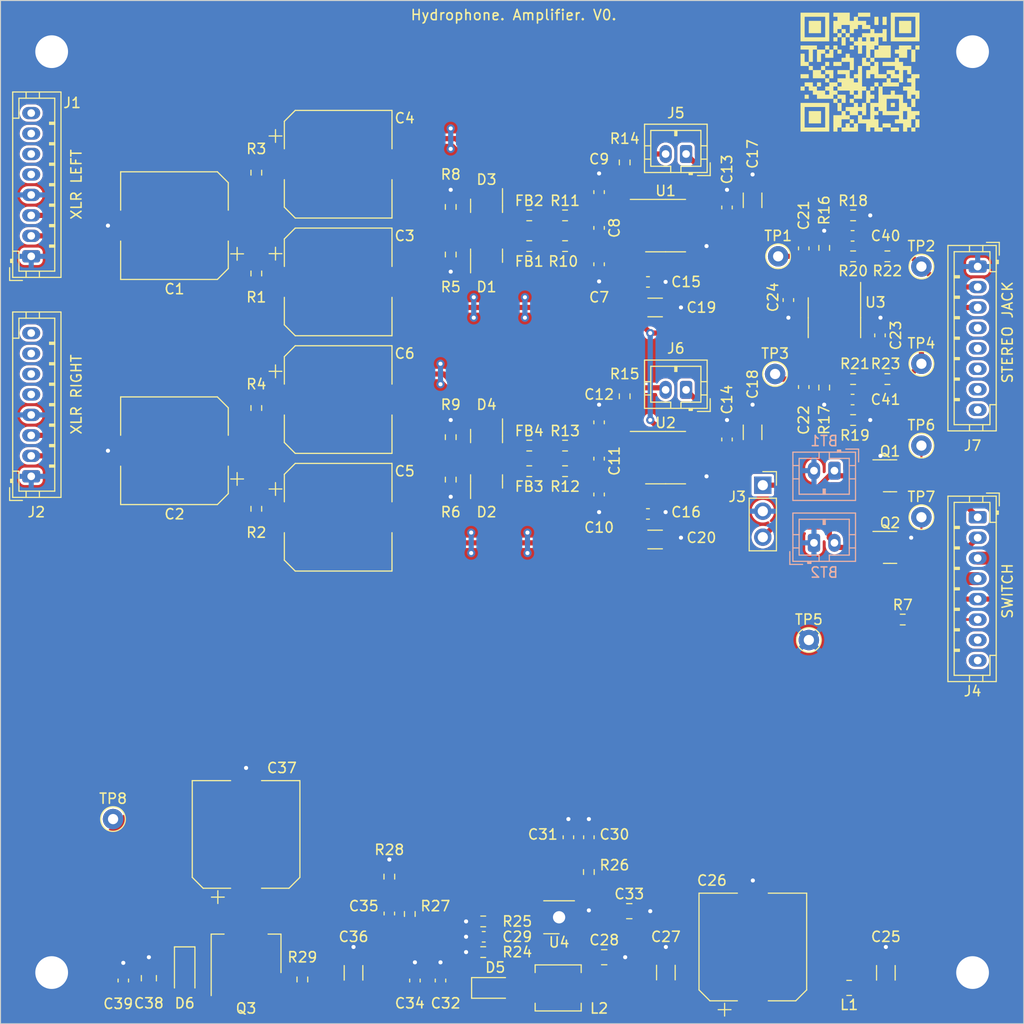
<source format=kicad_pcb>
(kicad_pcb (version 20221018) (generator pcbnew)
  (layers (0 "F.Cu" signal) (31 "B.Cu" signal) (34 "B.Paste" user) (35 "F.Paste" user) (36 "B.SilkS" user "B.Silkscreen") (37 "F.SilkS" user "F.Silkscreen") (38 "B.Mask" user) (39 "F.Mask" user) (44 "Edge.Cuts" user))
  (net 0 "")
  (net 1 "/vbat+")
  (net 2 "GND")
  (net 3 "/vbat-")
  (net 4 "+48V")
  (net 5 "Net-(J1-Pin_2)")
  (net 6 "Net-(C3-Pad2)")
  (net 7 "Net-(J1-Pin_3)")
  (net 8 "Net-(C4-Pad2)")
  (net 9 "Net-(J2-Pin_2)")
  (net 10 "Net-(C5-Pad2)")
  (net 11 "Net-(J2-Pin_3)")
  (net 12 "Net-(C6-Pad2)")
  (net 13 "Net-(U1-+)")
  (net 14 "Net-(U1--)")
  (net 15 "Net-(U2-+)")
  (net 16 "Net-(U2--)")
  (net 17 "+9V")
  (net 18 "-9V")
  (net 19 "Net-(C21-Pad1)")
  (net 20 "Net-(U3A-+)")
  (net 21 "Net-(C22-Pad1)")
  (net 22 "Net-(U3B-+)")
  (net 23 "Net-(U4-EN{slash}UVLO)")
  (net 24 "Net-(U4-SS)")
  (net 25 "Net-(C30-Pad1)")
  (net 26 "Net-(U4-VC)")
  (net 27 "Net-(D5-K)")
  (net 28 "Net-(U4-INTVcc)")
  (net 29 "Net-(U4-FBX)")
  (net 30 "Net-(FB1-Pad2)")
  (net 31 "Net-(FB2-Pad2)")
  (net 32 "Net-(FB3-Pad2)")
  (net 33 "Net-(FB4-Pad2)")
  (net 42 "Net-(J4-Pin_6)")
  (net 45 "Net-(J5-Pin_1)")
  (net 46 "Net-(J5-Pin_2)")
  (net 47 "Net-(J6-Pin_1)")
  (net 48 "Net-(J6-Pin_2)")
  (net 54 "Net-(R14-Pad2)")
  (net 55 "Net-(R15-Pad2)")
  (net 56 "Net-(U3A--)")
  (net 57 "Net-(U3B--)")
  (net 58 "Net-(C40-Pad2)")
  (net 59 "Net-(C41-Pad2)")
  (net 60 "Net-(U4-SYNC{slash}MODE)")
  (net 61 "Net-(U4-RT)")
  (net 62 "Net-(D5-A)")
  (net 63 "Net-(D6-K)")
  (net 64 "/HP_Left")
  (net 65 "/HP_Right")
  (net 66 "Net-(J4-Pin_1)")
  (net 67 "Net-(J4-Pin_2)")
  (footprint "Capacitor_SMD:C_0603_1608Metric" (layer "F.Cu") (at 155.5 131.775 90)
    (fp_text reference "C31")
    (fp_text value "10p")
  )
  (footprint "Resistor_SMD:R_0603_1608Metric" (layer "F.Cu") (at 144 96.825 90)
    (fp_text reference "R6")
    (fp_text value "2.2k")
  )
  (footprint "Resistor_SMD:R_0603_1608Metric" (layer "F.Cu") (at 183.325 87 180)
    (fp_text reference "R21")
    (fp_text value "0")
  )
  (footprint "Capacitor_SMD:C_0603_1608Metric" (layer "F.Cu") (at 177 79.275 -90)
    (fp_text reference "C24")
    (fp_text value "0.1u")
  )
  (footprint "Resistor_SMD:R_0603_1608Metric" (layer "F.Cu") (at 155.175 71)
    (fp_text reference "R11")
    (fp_text value "33")
  )
  (footprint "Capacitor_SMD:CP_Elec_10x10" (layer "F.Cu") (at 133 77.5)
    (fp_text reference "C3")
    (fp_text value "47u")
  )
  (footprint "Resistor_SMD:R_0603_1608Metric" (layer "F.Cu") (at 151.675 74)
    (fp_text reference "FB1")
    (fp_text value "FerriteBead")
  )
  (footprint "Capacitor_SMD:C_0603_1608Metric" (layer "F.Cu") (at 158.5 94.775 90)
    (fp_text reference "C11")
    (fp_text value "10n")
  )
  (footprint "Capacitor_SMD:C_0603_1608Metric" (layer "F.Cu") (at 140.5 145.775 90)
    (fp_text reference "C34")
    (fp_text value "0.1u")
  )
  (footprint "Package_TO_SOT_SMD:SOT-23" (layer "F.Cu") (at 186.9375 96.45)
    (fp_text reference "Q1")
    (fp_text value "SSM3J338R,LF")
  )
  (footprint "Capacitor_SMD:CP_Elec_10x10" (layer "F.Cu") (at 133 100.5)
    (fp_text reference "C5")
    (fp_text value "47u")
  )
  (footprint "Diode_SMD:D_SOD-123" (layer "F.Cu") (at 118 144.85 -90)
    (fp_text reference "D6")
    (fp_text value "1N4148")
  )
  (footprint "Resistor_SMD:R_0603_1608Metric" (layer "F.Cu") (at 157.5 135.175 -90)
    (fp_text reference "R26")
    (fp_text value "22k")
  )
  (footprint "Resistor_SMD:R_0603_1608Metric" (layer "F.Cu") (at 138 135.625 -90)
    (fp_text reference "R28")
    (fp_text value "34.8k")
  )
  (footprint "Capacitor_SMD:CP_Elec_10x10" (layer "F.Cu") (at 117 72 180)
    (fp_text reference "C1")
    (fp_text value "47u")
  )
  (footprint "Capacitor_SMD:C_1206_3216Metric" (layer "F.Cu") (at 186.525 145.025 90)
    (fp_text reference "C25")
    (fp_text value "4.7u")
  )
  (footprint "Resistor_SMD:R_0603_1608Metric" (layer "F.Cu") (at 155.175 96)
    (fp_text reference "R12")
    (fp_text value "33")
  )
  (footprint "Capacitor_SMD:CP_Elec_10x10" (layer "F.Cu") (at 117 94 180)
    (fp_text reference "C2")
    (fp_text value "47u")
  )
  (footprint "Capacitor_SMD:C_1206_3216Metric" (layer "F.Cu") (at 163.975 102.675)
    (fp_text reference "C20")
    (fp_text value "10u")
  )
  (footprint "Capacitor_SMD:C_0603_1608Metric" (layer "F.Cu") (at 158.5 98.275 90)
    (fp_text reference "C10")
    (fp_text value "1n")
  )
  (footprint "Capacitor_SMD:C_0603_1608Metric" (layer "F.Cu") (at 185.95 82.725 90)
    (fp_text reference "C23")
    (fp_text value "0.1u")
  )
  (footprint "Capacitor_SMD:C_0603_1608Metric" (layer "F.Cu") (at 112 145.775 90)
    (fp_text reference "C39")
    (fp_text value "10n")
  )
  (footprint "Capacitor_SMD:C_0603_1608Metric" (layer "F.Cu") (at 158.5 72.225 90)
    (fp_text reference "C8")
    (fp_text value "10n")
  )
  (footprint "Package_SO:SOIC-8_3.9x4.9mm_P1.27mm" (layer "F.Cu") (at 165 94.675)
    (fp_text reference "U2")
    (fp_text value "AD8421")
  )
  (footprint "Connector_JST:JST_PH_B2B-PH-K_1x02_P2.00mm_Vertical" (layer "F.Cu") (at 167 65 180)
    (fp_text reference "J5")
    (fp_text value "Conn_01x02")
  )
  (footprint "Package_TO_SOT_SMD:SOT-23" (layer "F.Cu") (at 147.5 92.5625 -90)
    (fp_text reference "D4")
    (fp_text value "BAV199")
  )
  (footprint "Capacitor_SMD:C_0603_1608Metric" (layer "F.Cu") (at 143 145.775 90)
    (fp_text reference "C32")
    (fp_text value "0.1u")
  )
  (footprint "Package_TO_SOT_SMD:SOT-23" (layer "F.Cu") (at 147.5 74.9375 90)
    (fp_text reference "D1")
    (fp_text value "BAV199")
  )
  (footprint "Connector_JST:JST_PH_B8B-PH-K_1x08_P2.00mm_Vertical" (layer "F.Cu") (at 195.5 100.5 -90)
    (fp_text reference "J4")
    (fp_text value "Conn_01x04")
  )
  (footprint "Capacitor_SMD:C_0603_1608Metric" (layer "F.Cu") (at 147.225 141.5 180)
    (fp_text reference "C29")
    (fp_text value "0.22u")
  )
  (footprint "Resistor_SMD:R_0603_1608Metric" (layer "F.Cu") (at 125 99.675 90)
    (fp_text reference "R2")
    (fp_text value "6.8k")
  )
  (footprint "Connector_JST:JST_PH_B8B-PH-K_1x08_P2.00mm_Vertical" (layer "F.Cu") (at 195.5 76 -90)
    (fp_text reference "J7")
    (fp_text value "Conn_01x04")
  )
  (footprint "Package_SO:SOIC-8_3.9x4.9mm_P1.27mm" (layer "F.Cu") (at 181.5 81 -90)
    (fp_text reference "U3")
    (fp_text value "OPA1688")
  )
  (footprint "Capacitor_SMD:C_0603_1608Metric" (layer "F.Cu") (at 138 139.225 90)
    (fp_text reference "C35")
    (fp_text value "4.7p")
  )
  (footprint "pd_footprints:QR Github PJD 15x15" (layer "F.Cu") (at 184 57)
    (fp_text reference "REF**" hide)
    (fp_text value "QR Github PJD 15x15" hide)
  )
  (footprint "Capacitor_SMD:C_0603_1608Metric" (layer "F.Cu") (at 183.275 73)
    (fp_text reference "C40")
    (fp_text value "DNP")
  )
  (footprint "Capacitor_SMD:C_1206_3216Metric" (layer "F.Cu") (at 163.975 80)
    (fp_text reference "C19")
    (fp_text value "10u")
  )
  (footprint "Connector_JST:JST_PH_B8B-PH-K_1x08_P2.00mm_Vertical" (layer "F.Cu") (at 103 75 90)
    (fp_text reference "J1")
    (fp_text value "Conn_01x04")
  )
  (footprint "TestPoint:TestPoint_THTPad_D2.0mm_Drill1.0mm" (layer "F.Cu") (at 179 112.5)
    (fp_text reference "TP5")
    (fp_text value "TestPoint")
  )
  (footprint "Diode_SMD:D_PowerDI-123" (layer "F.Cu") (at 148.35 146.5)
    (fp_text reference "D5")
    (fp_text value "DFLS260-7")
  )
  (footprint "Package_TO_SOT_SMD:SOT-23" (layer "F.Cu") (at 147.5 97 90)
    (fp_text reference "D2")
    (fp_text value "BAV199")
  )
  (footprint "Resistor_SMD:R_0603_1608Metric" (layer "F.Cu") (at 188.175 110.5)
    (fp_text reference "R7")
    (fp_text value "2.2k")
  )
  (footprint "Capacitor_SMD:C_0603_1608Metric" (layer "F.Cu") (at 158.5 75.775 90)
    (fp_text reference "C7")
    (fp_text value "1n")
  )
  (footprint "Resistor_SMD:R_0603_1608Metric" (layer "F.Cu") (at 144 70.175 -90)
    (fp_text reference "R8")
    (fp_text value "2.2k")
  )
  (footprint "Capacitor_SMD:C_0603_1608Metric" (layer "F.Cu") (at 171 92.9 90)
    (fp_text reference "C14")
    (fp_text value "0.1u")
  )
  (footprint "Connector_JST:JST_PH_B2B-PH-K_1x02_P2.00mm_Vertical" (layer "F.Cu") (at 167 88.05 180)
    (fp_text reference "J6")
    (fp_text value "Conn_01x02")
  )
  (footprint "Package_TO_SOT_SMD:SOT-23" (layer "F.Cu") (at 147.5 70.0625 -90)
    (fp_text reference "D3")
    (fp_text value "BAV199")
  )
  (footprint "Capacitor_SMD:C_0805_2012Metric" (layer "F.Cu") (at 161.45 139)
    (fp_text reference "C33")
    (fp_text value "1u")
  )
  (footprint "Capacitor_SMD:C_1206_3216Metric" (layer "F.Cu") (at 165.025 145 90)
    (fp_text reference "C27")
    (fp_text value "10u")
  )
  (footprint "Package_DFN_QFN:DFN-10-1EP_3x3mm_P0.5mm_EP1.65x2.38mm" (layer "F.Cu") (at 154.59 139.595 180)
    (fp_text reference "U4")
    (fp_text value "LT8362")
  )
  (footprint "Resistor_SMD:R_0603_1608Metric" (layer "F.Cu") (at 151.675 93.5)
    (fp_text reference "FB4")
    (fp_text value "FerriteBead")
  )
  (footprint "TestPoint:TestPoint_THTPad_D2.0mm_Drill1.0mm" (layer "F.Cu") (at 176 75)
    (fp_text reference "TP1")
    (fp_text value "TestPoint")
  )
  (footprint "Capacitor_SMD:C_1206_3216Metric" (layer "F.Cu") (at 173.5 92.2 90)
    (fp_text reference "C18")
    (fp_text value "10u")
  )
  (footprint "Resistor_SMD:R_0603_1608Metric" (layer "F.Cu") (at 161 88.675 -90)
    (fp_text reference "R15")
    (fp_text value "0")
  )
  (footprint "pd_footprints:L_Wuerth_74437324068" (layer "F.Cu") (at 154.5 146.5 180)
    (fp_text reference "L2")
    (fp_text value "6.8u")
  )
  (footprint "TestPoint:TestPoint_THTPad_D2.0mm_Drill1.0mm" (layer "F.Cu") (at 111 130)
    (fp_text reference "TP8")
    (fp_text value "TestPoint")
  )
  (footprint "Resistor_SMD:R_0603_1608Metric" (layer "F.Cu") (at 183.325 75 180)
    (fp_text reference "R20")
    (fp_text value "0")
  )
  (footprint "Capacitor_SMD:C_0805_2012Metric" (layer "F.Cu") (at 114.5 145.55 90)
    (fp_text reference "C38")
    (fp_text value "1u")
  )
  (footprint "Capacitor_SMD:CP_Elec_10x10" (layer "F.Cu") (at 173.525 142.5 90)
    (fp_text reference "C26")
    (fp_text value "47u")
  )
  (footprint "TestPoint:TestPoint_THTPad_D2.0mm_Drill1.0mm" (layer "F.Cu") (at 190 76)
    (fp_text reference "TP2")
    (fp_text value "TestPoint")
  )
  (footprint "Resistor_SMD:R_0603_1608Metric" (layer "F.Cu") (at 180.5 87.825 -90)
    (fp_text reference "R17")
    (fp_text value "DNP")
  )
  (footprint "Capacitor_SMD:CP_Elec_10x10" (layer "F.Cu") (at 133 66)
    (fp_text reference "C4")
    (fp_text value "47u")
  )
  (footprint "Resistor_SMD:R_0603_1608Metric" (layer "F.Cu") (at 151.675 71)
    (fp_text reference "FB2")
    (fp_text value "FerriteBead")
  )
  (footprint "Package_TO_SOT_SMD:SOT-223-3_TabPin2" (layer "F.Cu") (at 124 143.15 90)
    (fp_text reference "Q3")
    (fp_text value "SBCP56-16T1G")
  )
  (footprint "Resistor_SMD:R_0603_1608Metric" (layer "F.Cu") (at 125 66.825 -90)
    (fp_text reference "R3")
    (fp_text value "6.8k")
  )
  (footprint "Capacitor_SMD:C_0603_1608Metric" (layer "F.Cu") (at 158.5 91.225 90)
    (fp_text reference "C12")
    (fp_text value "1n")
  )
  (footprint "Capacitor_SMD:C_0603_1608Metric" (layer "F.Cu") (at 163.275 77.5)
    (fp_text reference "C15")
    (fp_text value "0.1u")
  )
  (footprint "TestPoint:TestPoint_THTPad_D2.0mm_Drill1.0mm" (layer "F.Cu") (at 190 85.5)
    (fp_text reference "TP4")
    (fp_text value "TestPoint")
  )
  (footprint "Resistor_SMD:R_0603_1608Metric" (layer "F.Cu") (at 161 65.825 -90)
    (fp_text reference "R14")
    (fp_text value "0")
  )
  (footprint "Resistor_SMD:R_0603_1608Metric" (layer "F.Cu") (at 147.175 140)
    (fp_text reference "R25")
    (fp_text value "22k")
  )
  (footprint "Resistor_SMD:R_0603_1608Metric" (layer "F.Cu") (at 144 92.675 -90)
    (fp_text reference "R9")
    (fp_text value "2.2k")
  )
  (footprint "TestPoint:TestPoint_THTPad_D2.0mm_Drill1.0mm" (layer "F.Cu") (at 175.7 86.5)
    (fp_text reference "TP3")
    (fp_text value "TestPoint")
  )
  (footprint "TestPoint:TestPoint_THTPad_D2.0mm_Drill1.0mm" (layer "F.Cu") (at 190 100.5)
    (fp_text reference "TP7")
    (fp_text value "TestPoint")
  )
  (footprint "Capacitor_SMD:C_0603_1608Metric" (layer "F.Cu") (at 157.5 131.775 90)
    (fp_text reference "C30")
    (fp_text value "1n")
  )
  (footprint "Capacitor_SMD:C_0603_1608Metric" (layer "F.Cu") (at 178.5 74.225 -90)
    (fp_text reference "C21")
    (fp_text value "DNP")
  )
  (footprint "Resistor_SMD:R_0603_1608Metric" (layer "F.Cu") (at 144 74.825 90)
    (fp_text reference "R5")
    (fp_text value "2.2k")
  )
  (footprint "Package_TO_SOT_SMD:SOT-23" (layer "F.Cu") (at 186.9375 103.45)
    (fp_text reference "Q2")
    (fp_text value "SSM3J338R,LF")
  )
  (footprint "Resistor_SMD:R_0603_1608Metric" (layer "F.Cu") (at 129.5 145.675 -90)
    (fp_text reference "R29")
    (fp_text value "499")
  )
  (footprint "Resistor_SMD:R_0603_1608Metric" (layer "F.Cu") (at 151.675 96)
    (fp_text reference "FB3")
    (fp_text value "FerriteBead")
  )
  (footprint "Resistor_SMD:R_0603_1608Metric" (layer "F.Cu") (at 125 89.825 -90)
    (fp_text reference "R4")
    (fp_text value "6.8k")
  )
  (footprint "Resistor_SMD:R_0603_1608Metric" (layer "F.Cu") (at 183.325 91)
    (fp_text reference "R19")
    (fp_text value "DNP")
  )
  (footprint "Resistor_SMD:R_0603_1608Metric" (layer "F.Cu") (at 183.325 71)
    (fp_text reference "R18")
    (fp_text value "DNP")
  )
  (footprint "Capacitor_SMD:C_0603_1608Metric" (layer "F.Cu") (at 178.5 87.775 90)
    (fp_text reference "C22")
    (fp_text value "DNP")
  )
  (footprint "Resistor_SMD:R_0805_2012Metric" (layer "F.Cu") (at 182.9375 146.5 180)
    (fp_text reference "L1")
    (fp_text value "0.47u")
  )
  (footprint "Resistor_SMD:R_0603_1608Metric" (layer "F.Cu") (at 186.675 87 180)
    (fp_text reference "R23")
    (fp_text value "0")
  )
  (footprint "Capacitor_SMD:C_0805_2012Metric" (layer "F.Cu") (at 159 143.5)
    (fp_text reference "C28")
    (fp_text value "1u")
  )
  (footprint "Capacitor_SMD:C_1206_3216Metric" (layer "F.Cu") (at 134.5 145.025 90)
    (fp_text reference "C36")
    (fp_text value "10u")
  )
  (footprint "Resistor_SMD:R_0603_1608Metric" (layer "F.Cu") (at 147.175 143)
    (fp_text reference "R24")
    (fp_text value "100k")
  )
  (footprint "Resistor_SMD:R_0603_1608Metric" (layer "F.Cu") (at 125 76.675 90)
    (fp_text reference "R1")
    (fp_text value "6.8k")
  )
  (footprint "Resistor_SMD:R_0603_1608Metric" (layer "F.Cu") (at 186.675 75 180)
    (fp_text reference "R22")
    (fp_text value "0")
  )
  (footprint "Capacitor_SMD:CP_Elec_10x10" (layer "F.Cu") (at 133 89)
    (fp_text reference "C6")
    (fp_text value "47u")
  )
  (footprint "Resistor_SMD:R_0603_1608Metric" (layer "F.Cu") (at 155.175 93.5)
    (fp_text reference "R13")
    (fp_text value "33")
  )
  (footprint "Capacitor_SMD:C_0603_1608Metric" (layer "F.Cu") (at 171 70.225 90)
    (fp_text reference "C13")
    (fp_text value "0.1u")
  )
  (footprint "Resistor_SMD:R_0603_1608Metric" (layer "F.Cu") (at 155.175 74)
    (fp_text reference "R10")
    (fp_text value "33")
  )
  (footprint "Connector_PinSocket_2.54mm:PinSocket_1x03_P2.54mm_Vertical" (layer "F.Cu") (at 174.5 97.37)
    (fp_text reference "J3")
    (fp_text value "Conn_01x03")
  )
  (footprint "Package_SO:SOIC-8_3.9x4.9mm_P1.27mm" (layer "F.Cu") (at 165 72)
    (fp_text reference "U1")
    (fp_text value "AD8421")
  )
  (footprint "Capacitor_SMD:CP_Elec_10x10" (layer "F.Cu") (at 124 131.5 90)
    (fp_text reference "C37")
    (fp_text value "100u")
  )
  (footprint "Capacitor_SMD:C_0603_1608Metric" (layer "F.Cu") (at 183.275 89)
    (fp_text reference "C41")
    (fp_text value "DNP")
  )
  (footprint "Resistor_SMD:R_0603_1608Metric" (layer "F.Cu") (at 140 139.275 -90)
    (fp_text reference "R27")
    (fp_text value "1M")
  )
  (footprint "Resistor_SMD:R_0603_1608Metric" (layer "F.Cu") (at 180.5 74.175 90)
    (fp_text reference "R16")
    (fp_text value "DNP")
  )
  (footprint "Capacitor_SMD:C_1206_3216Metric" (layer "F.Cu") (at 173.5 69.525 90)
    (fp_text reference "C17")
    (fp_text value "10u")
  )
  (footprint "TestPoint:TestPoint_THTPad_D2.0mm_Drill1.0mm" (layer "F.Cu") (at 190 93.5)
    (fp_text reference "TP6")
    (fp_text value "TestPoint")
  )
  (footprint "Capacitor_SMD:C_0603_1608Metric" (layer "F.Cu") (at 163.275 100.175)
    (fp_text reference "C16")
    (fp_text value "0.1u")
  )
  (footprint "Capacitor_SMD:C_0603_1608Metric" (layer "F.Cu") (at 158.5 68.725 90)
    (fp_text reference "C9")
    (fp_text value "1n")
  )
  (footprint "Connector_JST:JST_PH_B8B-PH-K_1x08_P2.00mm_Vertical" (layer "F.Cu") (at 103 96.5 90)
    (fp_text reference "J2")
    (fp_text value "Conn_01x04")
  )
  (footprint "Connector_JST:JST_PH_B2B-PH-K_1x02_P2.00mm_Vertical" (layer "B.Cu") (at 181.5 95.95 180)
    (fp_text reference "BT1")
    (fp_text value "9V")
  )
  (footprint "Connector_JST:JST_PH_B2B-PH-K_1x02_P2.00mm_Vertical" (layer "B.Cu") (at 179.5 103)
    (fp_text reference "BT2")
    (fp_text value "9V")
  )
  (gr_rect (start 100 50) (end 200 150) (stroke (width 0.1)) (fill none) (layer "Edge.Cuts"))
  (gr_text "SWITCH" (at 199 110.5 90) (layer "F.SilkS") (effects (font (size 1 1)) (justify left bottom)))
  (gr_text "STEREO JACK" (at 199 87.5 90) (layer "F.SilkS") (effects (font (size 1 1)) (justify left bottom)))
  (gr_text "XLR RIGHT" (at 108 92.5 90) (layer "F.SilkS") (effects (font (size 1 1)) (justify left bottom)))
  (gr_text "XLR LEFT" (at 108 71.5 90) (layer "F.SilkS") (effects (font (size 1 1)) (justify left bottom)))
  (gr_text "Hydrophone. Amplifier. V0." (at 140 52) (layer "F.SilkS") (effects (font (size 1 1)) (justify left bottom)))
  (segment (start 179.5 97.95) (end 178.5 97.95) (width 0.508) (layer "F.Cu") (net 1))
  (segment (start 182 96.45) (end 187.875 96.45) (width 0.508) (layer "F.Cu") (net 1))
  (segment (start 178.5 97.95) (end 177.92 97.37) (width 0.508) (layer "F.Cu") (net 1))
  (segment (start 181.5 95.95) (end 179.5 97.95) (width 0.508) (layer "F.Cu") (net 1))
  (segment (start 181.5 95.95) (end 182 96.45) (width 0.508) (layer "F.Cu") (net 1))
  (segment (start 190 93.5) (end 190 95.5) (width 0.2) (layer "F.Cu") (net 1))
  (segment (start 177.92 97.37) (end 174.5 97.37) (width 0.508) (layer "F.Cu") (net 1))
  (segment (start 190 95.5) (end 189.05 96.45) (width 0.2) (layer "F.Cu") (net 1))
  (segment (start 189.05 96.45) (end 187.875 96.45) (width 0.2) (layer "F.Cu") (net 1))
  (segment (start 186 95.5) (end 186 94.5) (width 0.25) (layer "F.Cu") (net 2))
  (segment (start 185.95 81.95) (end 185.95 81.05) (width 0.508) (layer "F.Cu") (net 2))
  (segment (start 180.5 73.35) (end 180.5 72.5) (width 0.508) (layer "F.Cu") (net 2))
  (segment (start 162.4 139) (end 163.5 139) (width 0.508) (layer "F.Cu") (net 2))
  (segment (start 168.905 73.905) (end 169 74) (width 0.508) (layer "F.Cu") (net 2))
  (segment (start 144 69.35) (end 144 68.5) (width 0.508) (layer "F.Cu") (net 2))
  (segment (start 114.5 144.6) (end 114.5 143.5) (width 0.508) (layer "F.Cu") (net 2))
  (segment (start 156.04 139.095) (end 157.3243 139.095) (width 0.1524) (layer "F.Cu") (net 2))
  (segment (start 155.5 131) (end 155.5 130) (width 0.1524) (layer "F.Cu") (net 2))
  (segment (start 134.5 143.55) (end 134.5 142.5) (width 0.508) (layer "F.Cu") (net 2))
  (segment (start 158.5 76.55) (end 158.5 77.45) (width 0.508) (layer "F.Cu") (net 2))
  (segment (start 165.45 102.675) (end 166.325 102.675) (width 0.508) (layer "F.Cu") (net 2))
  (segment (start 171 69.45) (end 171 68.5) (width 0.508) (layer "F.Cu") (net 2))
  (segment (start 168.92 96.58) (end 169 96.5) (width 0.508) (layer "F.Cu") (net 2))
  (segment (start 146.35 143) (end 145.5 143) (width 0.508) (layer "F.Cu") (net 2))
  (segment (start 184.15 71) (end 185 71) (width 0.508) (layer "F.Cu") (net 2))
  (segment (start 171 92.125) (end 171 91) (width 0.508) (layer "F.Cu") (net 2))
  (segment (start 146.35 140) (end 145.5 140) (width 0.508) (layer "F.Cu") (net 2))
  (segment (start 158.5 67.95) (end 158.5 66.9) (width 0.508) (layer "F.Cu") (net 2))
  (segment (start 113 94) (end 110.5 94) (width 0.508) (layer "F.Cu") (net 2))
  (segment (start 159.95 143.5) (end 161.05 143.5) (width 0.508) (layer "F.Cu") (net 2))
  (segment (start 164.05 77.5) (end 165 77.5) (width 0.508) (layer "F.Cu") (net 2))
  (segment (start 158.5 99.05) (end 158.5 100) (width 0.508) (layer "F.Cu") (net 2))
  (segment (start 165.025 143.525) (end 165.025 142.5) (width 0.508) (layer "F.Cu") (net 2))
  (segment (start 143 145) (end 143 144) (width 0.508) (layer "F.Cu") (net 2))
  (segment (start 173.5 90.725) (end 173.5 89.5) (width 0.508) (layer "F.Cu") (net 2))
  (segment (start 146.45 141.5) (end 145.5 141.5) (width 0.508) (layer "F.Cu") (net 2))
  (segment (start 144 75.65) (end 144 76.5) (width 0.508) (layer "F.Cu") (net 2))
  (segment (start 124 127.5) (end 124 125) (width 0.508) (layer "F.Cu") (net 2))
  (segment (start 184.15 91) (end 185 91) (width 0.508) (layer "F.Cu") (net 2))
  (segment (start 157.5 131) (end 157.5 130) (width 0.1524) (layer "F.Cu") (net 2))
  (segment (start 167.475 73.905) (end 168.905 73.905) (width 0.508) (layer "F.Cu") (net 2))
  (segment (start 164.825 100.175) (end 165 100) (width 0.508) (layer "F.Cu") (net 2))
  (segment (start 112 145) (end 112 144.05) (width 0.508) (layer "F.Cu") (net 2))
  (segment (start 177 80.05) (end 177 81) (width 0.508) (layer "F.Cu") (net 2))
  (segment (start 186.525 143.55) (end 186.525 142.5) (width 0.508) (layer "F.Cu") (net 2))
  (segment (start 113 72) (end 110.5 72) (width 0.508) (layer "F.Cu") (net 2))
  (segment (start 173.5 68.05) (end 173.5 67) (width 0.508) (layer "F.Cu") (net 2))
  (segment (start 180.5 88.65) (end 180.5 89.5) (width 0.508) (layer "F.Cu") (net 2))
  (segment (start 165.45 80) (end 166.5 80) (width 0.508) (layer "F.Cu") (net 2))
  (segment (start 138 134.8) (end 138 133.95) (width 0.508) (layer "F.Cu") (net 2))
  (segment (start 144 97.65) (end 144 98.5) (width 0.508) (layer "F.Cu") (net 2))
  (segment (start 144 91.85) (end 144 91) (width 0.508) (layer "F.Cu") (net 2))
  (segment (start 157.3243 139.095) (end 157.5 138.9193) (width 0.1524) (layer "F.Cu") (net 2))
  (segment (start 186 102.5) (end 189 102.5) (width 0.25) (layer "F.Cu") (net 2))
  (segment (start 167.475 96.58) (end 168.92 96.58) (width 0.508) (layer "F.Cu") (net 2))
  (segment (start 185.95 81.05) (end 186 81) (width 0.508) (layer "F.Cu") (net 2))
  (segment (start 173.525 138.5) (end 173.525 136) (width 0.508) (layer "F.Cu") (net 2))
  (segment (start 140.5 145) (end 140.5 144) (width 0.508) (layer "F.Cu") (net 2))
  (segment (start 158.5 90.45) (end 158.5 89.5) (width 0.508) (layer "F.Cu") (net 2))
  (segment (start 164.05 100.175) (end 164.825 100.175) (width 0.508) (layer "F.Cu") (net 2))
  (segment (start 166.325 102.675) (end 166.5 102.5) (width 0.508) (layer "F.Cu") (net 2))
  (via (at 158.5 89.5) (size 0.8) (drill 0.4) (layers "F.Cu" "B.Cu") (net 2))
  (via (at 158.5 100) (size 0.8) (drill 0.4) (layers "F.Cu" "B.Cu") (net 2))
  (via (at 189 102.5) (size 0.8) (drill 0.4) (layers "F.Cu" "B.Cu") (net 2))
  (via (at 144 68.5) (size 0.8) (drill 0.4) (layers "F.Cu" "B.Cu") (net 2))
  (via (at 195 55) (size 6) (drill 3.2) (layers "F.Cu" "B.Cu") (net 2))
  (via (at 185 91) (size 0.8) (drill 0.4) (layers "F.Cu" "B.Cu") (net 2))
  (via (at 158.5 77.45) (size 0.8) (drill 0.4) (layers "F.Cu" "B.Cu") (net 2))
  (via (at 112 144.05) (size 0.8) (drill 0.4) (layers "F.Cu" "B.Cu") (net 2))
  (via (at 155.5 130) (size 0.8) (drill 0.4) (layers "F.Cu" "B.Cu") (net 2))
  (via (at 144 91) (size 0.8) (drill 0.4) (layers "F.Cu" "B.Cu") (net 2))
  (via (at 157.5 138.9193) (size 0.8) (drill 0.4) (layers "F.Cu" "B.Cu") (net 2))
  (via (at 163.5 139) (size 0.8) (drill 0.4) (layers "F.Cu" "B.Cu") (net 2))
  (via (at 171 91) (size 0.8) (drill 0.4) (layers "F.Cu" "B.Cu") (net 2))
  (via (at 144 76.5) (size 0.8) (drill 0.4) (layers "F.Cu" "B.Cu") (net 2))
  (via (at 177 81) (size 0.8) (drill 0.4) (layers "F.Cu" "B.Cu") (net 2))
  (via (at 157.5 130) (size 0.8) (drill 0.4) (layers "F.Cu" "B.Cu") (net 2))
  (via (at 110.5 94) (size 0.8) (drill 0.4) (layers "F.Cu" "B.Cu") (net 2))
  (via (at 173.525 136) (size 0.8) (drill 0.4) (layers "F.Cu" "B.Cu") (net 2))
  (via (at 186 94.5) (size 0.8) (drill 0.4) (layers "F.Cu" "B.Cu") (net 2))
  (via (at 169 96.5) (size 0.8) (drill 0.4) (layers "F.Cu" "B.Cu") (net 2))
  (via (at 165 77.5) (size 0.8) (drill 0.4) (layers "F.Cu" "B.Cu") (net 2))
  (via (at 186 81) (size 0.8) (drill 0.4) (layers "F.Cu" "B.Cu") (net 2))
  (via (at 195 145) (size 6) (drill 3.2) (layers "F.Cu" "B.Cu") (net 2))
  (via (at 110.5 72) (size 0.8) (drill 0.4) (layers "F.Cu" "B.Cu") (net 2))
  (via (at 124 125) (size 0.8) (drill 0.4) (layers "F.Cu" "B.Cu") (net 2))
  (via (at 154.59 139.595) (size 1.5) (drill 1.2) (layers "F.Cu" "B.Cu") (net 2))
  (via (at 140.5 144) (size 0.8) (drill 0.4) (layers "F.Cu" "B.Cu") (net 2))
  (via (at 105 145) (size 6) (drill 3.2) (layers "F.Cu" "B.Cu") (net 2))
  (via (at 134.5 142.5) (size 0.8) (drill 0.4) (layers "F.Cu" "B.Cu") (net 2))
  (via (at 173.5 67) (size 0.8) (drill 0.4) (layers "F.Cu" "B.Cu") (net 2))
  (via (at 138 133.95) (size 0.8) (drill 0.4) (layers "F.Cu" "B.Cu") (net 2))
  (via (at 173.5 89.5) (size 0.8) (drill 0.4) (layers "F.Cu" "B.Cu") (net 2))
  (via (at 165.025 142.5) (size 0.8) (drill 0.4) (layers "F.Cu" "B.Cu") (net 2))
  (via (at 165 100) (size 0.8) (drill 0.4) (layers "F.Cu" "B.Cu") (net 2))
  (via (at 114.5 143.5) (size 0.8) (drill 0.4) (layers "F.Cu" "B.Cu") (net 2))
  (via (at 185 71) (size 0.8) (drill 0.4) (layers "F.Cu" "B.Cu") (net 2))
  (via (at 144 98.5) (size 0.8) (drill 0.4) (layers "F.Cu" "B.Cu") (net 2))
  (via (at 169 74) (size 0.8) (drill 0.4) (layers "F.Cu" "B.Cu") (net 2))
  (via (at 145.5 143) (size 0.8) (drill 0.4) (layers "F.Cu" "B.Cu") (net 2))
  (via (at 105 55) (size 6) (drill 3.2) (layers "F.Cu" "B.Cu") (net 2))
  (via (at 171 68.5) (size 0.8) (drill 0.4) (layers "F.Cu" "B.Cu") (net 2))
  (via (at 158.5 66.9) (size 0.8) (drill 0.4) (layers "F.Cu" "B.Cu") (net 2))
  (via (at 180.5 89.5) (size 0.8) (drill 0.4) (layers "F.Cu" "B.Cu") (net 2))
  (via (at 145.5 141.5) (size 0.8) (drill 0.4) (layers "F.Cu" "B.Cu") (net 2))
  (via (at 145.5 140) (size 0.8) (drill 0.4) (layers "F.Cu" "B.Cu") (net 2))
  (via (at 166.5 102.5) (size 0.8) (drill 0.4) (layers "F.Cu" "B.Cu") (net 2))
  (via (at 186.525 142.5) (size 0.8) (drill 0.4) (layers "F.Cu" "B.Cu") (net 2))
  (via (at 166.5 80) (size 0.8) (drill 0.4) (layers "F.Cu" "B.Cu") (net 2))
  (via (at 143 144) (size 0.8) (drill 0.4) (layers "F.Cu" "B.Cu") (net 2))
  (via (at 180.5 72.5) (size 0.8) (drill 0.4) (layers "F.Cu" "B.Cu") (net 2))
  (via (at 161.05 143.5) (size 0.8) (drill 0.4) (layers "F.Cu" "B.Cu") (net 2))
  (segment (start 181.95 103.45) (end 187.875 103.45) (width 0.508) (layer "F.Cu") (net 3))
  (segment (start 180.5 101.45) (end 181 101.95) (width 0.508) (layer "F.Cu") (net 3))
  (segment (start 175.5 101.45) (end 180.5 101.45) (width 0.508) (layer "F.Cu") (net 3))
  (segment (start 181.5 103) (end 181.95 103.45) (width 0.508) (layer "F.Cu") (net 3))
  (segment (start 174.5 102.45) (end 175.5 101.45) (width 0.508) (layer "F.Cu") (net 3))
  (segment (start 181 102.5) (end 181.5 103) (width 0.508) (layer "F.Cu") (net 3))
  (segment (start 190 102.5) (end 189.05 103.45) (width 0.2) (layer "F.Cu") (net 3))
  (segment (start 190 100.5) (end 190 102.5) (width 0.2) (layer "F.Cu") (net 3))
  (segment (start 181 101.95) (end 181 102.5) (width 0.508) (layer "F.Cu") (net 3))
  (segment (start 189.05 103.45) (end 187.875 103.45) (width 0.2) (layer "F.Cu") (net 3))
  (segment (start 125 75.85) (end 124.85 75.85) (width 0.508) (layer "F.Cu") (net 4))
  (segment (start 132.5 96) (end 132.5 74.5) (width 1.27) (layer "F.Cu") (net 4))
  (segment (start 125 90.65) (end 124.35 90.65) (width 0.508) (layer "F.Cu") (net 4))
  (segment (start 118 146.5) (end 121.5 146.5) (width 0.508) (layer "F.Cu") (net 4))
  (segment (start 130.5 94) (end 132.5 96) (width 1.27) (layer "F.Cu") (net 4))
  (segment (start 110 145) (end 110 135) (width 1.27) (layer "F.Cu") (net 4))
  (segment (start 132.5 110) (end 110 132.5) (width 1.27) (layer "F.Cu") (net 4))
  (segment (start 132.5 110) (end 132.5 96) (width 1.27) (layer "F.Cu") (net 4))
  (segment (start 125 68) (end 121 72) (width 0.508) (layer "F.Cu") (net 4))
  (segment (start 125 98.85) (end 121 94.85) (width 0.508) (layer "F.Cu") (net 4))
  (segment (start 110 132.5) (end 110 135) (width 1.27) (layer "F.Cu") (net 4))
  (segment (start 132.5 74.5) (end 130 72) (width 1.27) (layer "F.Cu") (net 4))
  (segment (start 111.5 146.5) (end 118 146.5) (width 0.508) (layer "F.Cu") (net 4))
  (segment (start 130 72) (end 121 72) (width 1.27) (layer "F.Cu") (net 4))
  (segment (start 110 145) (end 111.5 146.5) (width 0.508) (layer "F.Cu") (net 4))
  (segment (start 124.85 75.85) (end 121 72) (width 0.508) (layer "F.Cu") (net 4))
  (segment (start 125 67.65) (end 125 68) (width 0.508) (layer "F.Cu") (net 4))
  (segment (start 121.5 146.5) (end 121.7 146.3) (width 0.508) (layer "F.Cu") (net 4))
  (segment (start 124.35 90.65) (end 121 94) (width 0.508) (layer "F.Cu") (net 4))
  (segment (start 121 94) (end 130.5 94) (width 1.27) (layer "F.Cu") (net 4))
  (segment (start 121 94.85) (end 121 94) (width 0.508) (layer "F.Cu") (net 4))
  (segment (start 103 73) (end 107.5 73) (width 0.508) (layer "F.Cu") (net 5))
  (segment (start 112 77.5) (end 125 77.5) (width 0.508) (layer "F.Cu") (net 5))
  (segment (start 129 77.5) (end 125 77.5) (width 0.508) (layer "F.Cu") (net 5))
  (segment (start 107.5 73) (end 112 77.5) (width 0.508) (layer "F.Cu") (net 5))
  (segment (start 140.5 74) (end 137 77.5) (width 0.508) (layer "F.Cu") (net 6))
  (segment (start 144 74) (end 140.5 74) (width 0.508) (layer "F.Cu") (net 6))
  (segment (start 150.85 74) (end 144 74) (width 0.508) (layer "F.Cu") (net 6))
  (segment (start 103 71) (end 107.5 71) (width 0.508) (layer "F.Cu") (net 7))
  (segment (start 107.5 71) (end 112.5 66) (width 0.508) (layer "F.Cu") (net 7))
  (segment (start 112.5 66) (end 125 66) (width 0.508) (layer "F.Cu") (net 7))
  (segment (start 129 66) (end 125 66) (width 0.508) (layer "F.Cu") (net 7))
  (segment (start 144 71) (end 142 71) (width 0.508) (layer "F.Cu") (net 8))
  (segment (start 150.85 71) (end 144 71) (width 0.508) (layer "F.Cu") (net 8))
  (segment (start 142 71) (end 137 66) (width 0.508) (layer "F.Cu") (net 8))
  (segment (start 113.25 100.5) (end 125 100.5) (width 0.508) (layer "F.Cu") (net 9))
  (segment (start 107.25 94.5) (end 113.25 100.5) (width 0.508) (layer "F.Cu") (net 9))
  (segment (start 103 94.5) (end 107.25 94.5) (width 0.508) (layer "F.Cu") (net 9))
  (segment (start 129 100.5) (end 125 100.5) (width 0.508) (layer "F.Cu") (net 9))
  (segment (start 141.5 96) (end 137 100.5) (width 0.508) (layer "F.Cu") (net 10))
  (segment (start 150.85 96) (end 147.5625 96) (width 0.508) (layer "F.Cu") (net 10))
  (segment (start 147.5 96.0625) (end 144.0625 96.0625) (width 0.508) (layer "F.Cu") (net 10))
  (segment (start 144.0625 96.0625) (end 144 96) (width 0.508) (layer "F.Cu") (net 10))
  (segment (start 147.5625 96) (end 147.5 96.0625) (width 0.508) (layer "F.Cu") (net 10))
  (segment (start 144 96) (end 141.5 96) (width 0.508) (layer "F.Cu") (net 10))
  (segment (start 107.25 92.5) (end 110.75 89) (width 0.508) (layer "F.Cu") (net 11))
  (segment (start 103 92.5) (end 107.25 92.5) (width 0.508) (layer "F.Cu") (net 11))
  (segment (start 129 89) (end 125 89) (width 0.508) (layer "F.Cu") (net 11))
  (segment (start 110.75 89) (end 125 89) (width 0.508) (layer "F.Cu") (net 11))
  (segment (start 147.5 93.5) (end 144 93.5) (width 0.508) (layer "F.Cu") (net 12))
  (segment (start 150.85 93.5) (end 147.5 93.5) (width 0.508) (layer "F.Cu") (net 12))
  (segment (start 141.5 93.5) (end 137 89) (width 0.508) (layer "F.Cu") (net 12))
  (segment (start 144 93.5) (end 141.5 93.5) (width 0.508) (layer "F.Cu") (net 12))
  (segment (start 162.525 72.635) (end 158.865 72.635) (width 0.508) (layer "F.Cu") (net 13))
  (segment (start 156 74) (end 157 73) (width 0.508) (layer "F.Cu") (net 13))
  (segment (start 157 73) (end 158.5 73) (width 0.508) (layer "F.Cu") (net 13))
  (segment (start 158.865 72.635) (end 158.5 73) (width 0.508) (layer "F.Cu") (net 13))
  (segment (start 158.5 73) (end 158.5 75) (width 0.508) (layer "F.Cu") (net 13))
  (segment (start 158.5 71.45) (end 158.5 69.5) (width 0.508) (layer "F.Cu") (net 14))
  (segment (start 162.525 71.365) (end 158.585 71.365) (width 0.508) (layer "F.Cu") (net 14))
  (segment (start 158.585 71.365) (end 158.5 71.45) (width 0.508) (layer "F.Cu") (net 14))
  (segment (start 158.5 71.45) (end 156.45 71.45) (width 0.508) (layer "F.Cu") (net 14))
  (segment (start 156.45 71.45) (end 156 71) (width 0.508) (layer "F.Cu") (net 14))
  (segment (start 156 96) (end 158.05 96) (width 0.508) (layer "F.Cu") (net 15))
  (segment (start 158.05 96) (end 158.5 95.55) (width 0.508) (layer "F.Cu") (net 15))
  (segment (start 158.5 97.5) (end 158.5 95.55) (width 0.508) (layer "F.Cu") (net 15))
  (segment (start 158.74 95.31) (end 158.5 95.55) (width 0.508) (layer "F.Cu") (net 15))
  (segment (start 162.525 95.31) (end 158.74 95.31) (width 0.508) (layer "F.Cu") (net 15))
  (segment (start 158.5 92) (end 158.5 94) (width 0.508) (layer "F.Cu") (net 16))
  (segment (start 162.525 94.04) (end 158.54 94.04) (width 0.508) (layer "F.Cu") (net 16))
  (segment (start 158 93.5) (end 156 93.5) (width 0.508) (layer "F.Cu") (net 16))
  (segment (start 158.54 94.04) (end 158 93.5) (width 0.508) (layer "F.Cu") (net 16))
  (segment (start 185.925 83.475) (end 185.95 83.5) (width 0.508) (layer "F.Cu") (net 17))
  (segment (start 187.5 146.5) (end 198.5 135.5) (width 1.27) (layer "F.Cu") (net 17))
  (segment (start 183.405 83.475) (end 185.925 83.475) (width 0.508) (layer "F.Cu") (net 17))
  (segment (start 196.645 104.5) (end 195.5 104.5) (width 1.27) (layer "F.Cu") (net 17))
  (segment (start 173.135 94.04) (end 173.5 93.675) (width 0.508) (layer "F.Cu") (net 17))
  (segment (start 173.135 71.365) (end 173.5 71) (width 0.508) (layer "F.Cu") (net 17))
  (segment (start 167.475 71.365) (end 173.135 71.365) (width 0.508) (layer "F.Cu") (net 17))
  (segment (start 186.525 146.5) (end 183.85 146.5) (width 0.508) (layer "F.Cu") (net 17))
  (segment (start 186.525 146.5) (end 187.5 146.5) (width 1.27) (layer "F.Cu") (net 17))
  (segment (start 167.475 94.04) (end 173.135 94.04) (width 0.508) (layer "F.Cu") (net 17))
  (segment (start 198.5 106.355) (end 198.5 135.5) (width 1.27) (layer "F.Cu") (net 17))
  (segment (start 198.5 106.355) (end 196.645 104.5) (width 1.27) (layer "F.Cu") (net 17))
  (via (at 151.25 79) (size 0.8) (drill 0.4) (layers "F.Cu" "B.Cu") (net 17))
  (via (at 144 64.5) (size 0.8) (drill 0.4) (layers "F.Cu" "B.Cu") (net 17))
  (via (at 143 85.5) (size 0.8) (drill 0.4) (layers "F.Cu" "B.Cu") (net 17))
  (via (at 144 62.5) (size 0.8) (drill 0.4) (layers "F.Cu" "B.Cu") (net 17))
  (via (at 146 104) (size 0.8) (drill 0.4) (layers "F.Cu" "B.Cu") (net 17))
  (via (at 146.25 81) (size 0.8) (drill 0.4) (layers "F.Cu" "B.Cu") (net 17))
  (via (at 146.25 79) (size 0.8) (drill 0.4) (layers "F.Cu" "B.Cu") (net 17))
  (via (at 146 102) (size 0.8) (drill 0.4) (layers "F.Cu" "B.Cu") (net 17))
  (via (at 151.25 81) (size 0.8) (drill 0.4) (layers "F.Cu" "B.Cu") (net 17))
  (via (at 151.5 104) (size 0.8) (drill 0.4) (layers "F.Cu" "B.Cu") (net 17))
  (via (at 151.5 102) (size 0.8) (drill 0.4) (layers "F.Cu" "B.Cu") (net 17))
  (via (at 143 87.5) (size 0.8) (drill 0.4) (layers "F.Cu" "B.Cu") (net 17))
  (segment (start 146.25 81) (end 146.25 79) (width 0.508) (layer "B.Cu") (net 17))
  (segment (start 146 104) (end 146 102) (width 0.508) (layer "B.Cu") (net 17))
  (segment (start 143 87.5) (end 143 85.5) (width 0.508) (layer "B.Cu") (net 17))
  (segment (start 151.5 104) (end 151.5 102) (width 0.508) (layer "B.Cu") (net 17))
  (segment (start 151.25 81) (end 151.25 79) (width 0.508) (layer "B.Cu") (net 17))
  (segment (start 144 64.5) (end 144 62.5) (width 0.508) (layer "B.Cu") (net 17))
  (segment (start 146.55 98.375) (end 146.55 99.05) (width 0.508) (layer "F.Cu") (net 18))
  (segment (start 164.84 97.5) (end 165 97.5) (width 0.508) (layer "F.Cu") (net 18))
  (segment (start 187.35 110.5) (end 187.35 108.65) (width 0.254) (layer "F.Cu") (net 18))
  (segment (start 162.175 103) (end 162.5 102.675) (width 0.508) (layer "F.Cu") (net 18))
  (segment (start 146.55 77.05) (end 149.5 80) (width 0.508) (layer "F.Cu") (net 18))
  (segment (start 149.5 80) (end 162.5 80) (width 0.508) (layer "F.Cu") (net 18))
  (segment (start 179.595 78.525) (end 177.025 78.525) (width 0.508) (layer "F.Cu") (net 18))
  (segment (start 146.55 75.875) (end 146.55 77.05) (width 0.508) (layer "F.Cu") (net 18))
  (segment (start 171.5 82.5) (end 175.5 78.5) (width 0.508) (layer "F.Cu") (net 18))
  (segment (start 163.5 82.5) (end 162.5 81.5) (width 0.508) (layer "F.Cu") (net 18))
  (segment (start 162.525 102.65) (end 162.5 102.675) (width 0.508) (layer "F.Cu") (net 18))
  (segment (start 174 106.5) (end 165 97.5) (width 1.27) (layer "F.Cu") (net 18))
  (segment (start 162.525 96.58) (end 163.92 96.58) (width 0.508) (layer "F.Cu") (net 18))
  (segment (start 148.45 91.625) (end 143.325 86.5) (width 0.508) (layer "F.Cu") (net 18))
  (segment (start 148.45 67.45) (end 144.5 63.5) (width 0.508) (layer "F.Cu") (net 18))
  (segment (start 162.525 79.975) (end 162.5 80) (width 0.508) (layer "F.Cu") (net 18))
  (segment (start 164.5 92) (end 163.5 91) (width 0.508) (layer "F.Cu") (net 18))
  (segment (start 150.5 103) (end 162.175 103) (width 0.508) (layer "F.Cu") (net 18))
  (segment (start 133.75 64.5) (end 133.75 79.161) (width 0.508) (layer "F.Cu") (net 18))
  (segment (start 162.525 73.905) (end 162.525 79.975) (width 0.508) (layer "F.Cu") (net 18))
  (segment (start 164.5 96) (end 164.5 92) (width 0.508) (layer "F.Cu") (net 18))
  (segment (start 163.92 96.58) (end 164.84 97.5) (width 0.508) (layer "F.Cu") (net 18))
  (segment (start 133.75 87.25) (end 133.75 102.25) (width 0.508) (layer "F.Cu") (net 18))
  (segment (start 146.55 99.05) (end 150.5 103) (width 0.508) (layer "F.Cu") (net 18))
  (segment (start 133.75 79.161) (end 134.589 80) (width 0.508) (layer "F.Cu") (net 18))
  (segment (start 143.325 86.5) (end 134.5 86.5) (width 0.508) (layer "F.Cu") (net 18))
  (segment (start 162.5 81.5) (end 162.5 80) (width 0.508) (layer "F.Cu") (net 18))
  (segment (start 163.92 96.58) (end 164.5 96) (width 0.508) (layer "F.Cu") (net 18))
  (segment (start 177.025 78.525) (end 177 78.5) (width 0.508) (layer "F.Cu") (net 18))
  (segment (start 187.35 108.65) (end 189.5 106.5) (width 0.254) (layer "F.Cu") (net 18))
  (segment (start 134.75 63.5) (end 133.75 64.5) (width 0.508) (layer "F.Cu") (net 18))
  (segment (start 133.75 102.25) (end 134.5 103) (width 0.508) (layer "F.Cu") (net 18))
  (segment (start 134.5 103) (end 150.5 103) (width 0.508) (layer "F.Cu") (net 18))
  (segment (start 134.589 80) (end 149.5 80) (width 0.508) (layer "F.Cu") (net 18))
  (segment (start 144.5 63.5) (end 134.75 63.5) (width 0.508) (layer "F.Cu") (net 18))
  (segment (start 189.5 106.5) (end 195.5 106.5) (width 0.254) (layer "F.Cu") (net 18))
  (segment (start 162.525 96.58) (end 162.525 102.65) (width 0.508) (layer "F.Cu") (net 18))
  (segment (start 195.5 106.5) (end 174 106.5) (width 1.27) (layer "F.Cu") (net 18))
  (segment (start 148.45 69.125) (end 148.45 67.45) (width 0.508) (layer "F.Cu") (net 18))
  (segment (start 175.5 78.5) (end 177 78.5) (width 0.508) (layer "F.Cu") (net 18))
  (segment (start 163.5 82.5) (end 171.5 82.5) (width 0.508) (layer "F.Cu") (net 18))
  (segment (start 134.5 86.5) (end 133.75 87.25) (width 0.508) (layer "F.Cu") (net 18))
  (via (at 163.5 91) (size 0.8) (drill 0.4) (layers "F.Cu" "B.Cu") (net 18))
  (via (at 163.5 82.5) (size 0.8) (drill 0.4) (layers "F.Cu" "B.Cu") (net 18))
  (segment (start 163.5 82.5) (end 163.5 91) (width 0.508) (layer "B.Cu") (net 18))
  (segment (start 177.685 72.635) (end 178.5 73.45) (width 0.508) (layer "F.Cu") (net 19))
  (segment (start 177.685 72.635) (end 167.475 72.635) (width 0.508) (layer "F.Cu") (net 19))
  (segment (start 178.5 75) (end 180.5 75) (width 0.508) (layer "F.Cu") (net 20))
  (segment (start 180.865 78.525) (end 180.865 75.365) (width 0.508) (layer "F.Cu") (net 20))
  (segment (start 180.865 75.365) (end 180.5 75) (width 0.508) (layer "F.Cu") (net 20))
  (segment (start 178.5 75) (end 176.5 75) (width 0.508) (layer "F.Cu") (net 20))
  (segment (start 167.475 95.31) (end 174.94 95.31) (width 0.508) (layer "F.Cu") (net 21))
  (segment (start 178.5 91.75) (end 178.5 88.55) (width 0.508) (layer "F.Cu") (net 21))
  (segment (start 174.94 95.31) (end 178.5 91.75) (width 0.508) (layer "F.Cu") (net 21))
  (segment (start 176.2 87) (end 175.7 86.5) (width 0.508) (layer "F.Cu") (net 22))
  (segment (start 178.5 87) (end 180.5 87) (width 0.508) (layer "F.Cu") (net 22))
  (segment (start 179.595 86.095) (end 180.5 87) (width 0.508) (layer "F.Cu") (net 22))
  (segment (start 179.595 83.475) (end 179.595 86.095) (width 0.508) (layer "F.Cu") (net 22))
  (segment (start 178.5 87) (end 176.2 87) (width 0.508) (layer "F.Cu") (net 22))
  (segment (start 156.405 140.595) (end 157.405 141.595) (width 0.1524) (layer "F.Cu") (net 23))
  (segment (start 158.05 144.8) (end 156.35 146.5) (width 0.1524) (layer "F.Cu") (net 23))
  (segment (start 158.05 143.5) (end 158.05 144.8) (width 0.1524) (layer "F.Cu") (net 23))
  (segment (start 165.025 146.475) (end 165 146.5) (width 0.508) (layer "F.Cu") (net 23))
  (segment (start 173.525 146.5) (end 165.05 146.5) (width 0.508) (layer "F.Cu") (net 23))
  (segment (start 156.04 140.095) (end 156.595 140.095) (width 0.1524) (layer "F.Cu") (net 23))
  (segment (start 156.595 140.095) (end 157.405 140.905) (width 0.1524) (layer "F.Cu") (net 23))
  (segment (start 157.405 140.905) (end 157.405 141.595) (width 0.1524) (layer "F.Cu") (net 23))
  (segment (start 158.05 142.24) (end 158.05 143.5) (width 0.1524) (layer "F.Cu") (net 23))
  (segment (start 165 146.5) (end 156.35 146.5) (width 0.508) (layer "F.Cu") (net 23))
  (segment (start 182.025 146.5) (end 173.525 146.5) (width 0.508) (layer "F.Cu") (net 23))
  (segment (start 157.405 141.595) (end 158.05 142.24) (width 0.1524) (layer "F.Cu") (net 23))
  (segment (start 156.04 140.595) (end 156.405 140.595) (width 0.1524) (layer "F.Cu") (net 23))
  (segment (start 165.05 146.5) (end 165.025 146.475) (width 0.508) (layer "F.Cu") (net 23))
  (segment (start 150 141.5) (end 148 141.5) (width 0.1524) (layer "F.Cu") (net 24))
  (segment (start 151.905 139.595) (end 150 141.5) (width 0.1524) (layer "F.Cu") (net 24))
  (segment (start 153.14 139.595) (end 151.905 139.595) (width 0.1524) (layer "F.Cu") (net 24))
  (segment (start 157.5 134.35) (end 157.5 132.55) (width 0.1524) (layer "F.Cu") (net 25))
  (segment (start 157 136) (end 157.5 136) (width 0.1524) (layer "F.Cu") (net 26))
  (segment (start 157.5 137.963008) (end 157.5 136) (width 0.1524) (layer "F.Cu") (net 26))
  (segment (start 155.5 132.55) (end 155.5 134.5) (width 0.1524) (layer "F.Cu") (net 26))
  (segment (start 156.868008 138.595) (end 157.5 137.963008) (width 0.1524) (layer "F.Cu") (net 26))
  (segment (start 156.04 138.595) (end 156.868008 138.595) (width 0.1524) (layer "F.Cu") (net 26))
  (segment (start 155.5 134.5) (end 157 136) (width 0.1524) (layer "F.Cu") (net 26))
  (segment (start 140 140.1) (end 138.1 140.1) (width 0.1524) (layer "F.Cu") (net 27))
  (segment (start 138 140) (end 138 146.5) (width 0.1524) (layer "F.Cu") (net 27))
  (segment (start 138.1 140.1) (end 138 140) (width 0.1524) (layer "F.Cu") (net 27))
  (segment (start 138 146.5) (end 129.5 146.5) (width 0.508) (layer "F.Cu") (net 27))
  (segment (start 140.55 146.5) (end 140.5 146.55) (width 0.508) (layer "F.Cu") (net 27))
  (segment (start 147.5 146.5) (end 140.55 146.5) (width 0.508) (layer "F.Cu") (net 27))
  (segment (start 129.5 146.5) (end 126.5 146.5) (width 0.508) (layer "F.Cu") (net 27))
  (segment (start 140.5 146.55) (end 140.45 146.5) (width 0.508) (layer "F.Cu") (net 27))
  (segment (start 126.5 146.5) (end 126.3 146.3) (width 0.508) (layer "F.Cu") (net 27))
  (segment (start 140.45 146.5) (end 138 146.5) (width 0.508) (layer "F.Cu") (net 27))
  (segment (start 156.04 139.595) (end 159.905 139.595) (width 0.1524) (layer "F.Cu") (net 28))
  (segment (start 159.905 139.595) (end 160.5 139) (width 0.1524) (layer "F.Cu") (net 28))
  (segment (start 138 138.45) (end 138 136.45) (width 0.1524) (layer "F.Cu") (net 29))
  (segment (start 138.145 138.595) (end 138 138.45) (width 0.1524) (layer "F.Cu") (net 29))
  (segment (start 153.14 138.595) (end 138.145 138.595) (width 0.1524) (layer "F.Cu") (net 29))
  (segment (start 154.35 74) (end 152.5 74) (width 0.508) (layer "F.Cu") (net 30))
  (segment (start 154.35 71) (end 152.5 71) (width 0.508) (layer "F.Cu") (net 31))
  (segment (start 154.35 96) (end 152.5 96) (width 0.508) (layer "F.Cu") (net 32))
  (segment (start 154.35 93.5) (end 152.5 93.5) (width 0.508) (layer "F.Cu") (net 33))
  (segment (start 195.5 110.5) (end 189 110.5) (width 0.254) (layer "F.Cu") (net 42))
  (segment (start 169 70) (end 169 67) (width 0.508) (layer "F.Cu") (net 45))
  (segment (start 169 67) (end 167 65) (width 0.508) (layer "F.Cu") (net 45))
  (segment (start 168.905 70.095) (end 169 70) (width 0.508) (layer "F.Cu") (net 45))
  (segment (start 167.475 70.095) (end 168.905 70.095) (width 0.508) (layer "F.Cu") (net 45))
  (segment (start 161 65) (end 165 65) (width 0.508) (layer "F.Cu") (net 46))
  (segment (start 168.73 92.77) (end 169 92.5) (width 0.508) (layer "F.Cu") (net 47))
  (segment (start 169 90.05) (end 167 88.05) (width 0.508) (layer "F.Cu") (net 47))
  (segment (start 167.475 92.77) (end 168.73 92.77) (width 0.508) (layer "F.Cu") (net 47))
  (segment (start 169 92.5) (end 169 90.05) (width 0.508) (layer "F.Cu") (net 47))
  (segment (start 161 87.85) (end 164.8 87.85) (width 0.508) (layer "F.Cu") (net 48))
  (segment (start 164.8 87.85) (end 165 88.05) (width 0.508) (layer "F.Cu") (net 48))
  (segment (start 161.595 70.095) (end 161 69.5) (width 0.508) (layer "F.Cu") (net 54))
  (segment (start 161 69.5) (end 161 66.65) (width 0.508) (layer "F.Cu") (net 54))
  (segment (start 162.525 70.095) (end 161.595 70.095) (width 0.508) (layer "F.Cu") (net 54))
  (segment (start 161 92.5) (end 161 89.5) (width 0.508) (layer "F.Cu") (net 55))
  (segment (start 162.525 92.77) (end 161.27 92.77) (width 0.508) (layer "F.Cu") (net 55))
  (segment (start 161.27 92.77) (end 161 92.5) (width 0.508) (layer "F.Cu") (net 55))
  (segment (start 182.135 78.525) (end 182.135 75.365) (width 0.508) (layer "F.Cu") (net 56))
  (segment (start 182.5 73) (end 182.5 75) (width 0.508) (layer "F.Cu") (net 56))
  (segment (start 182.135 75.365) (end 182.5 75) (width 0.508) (layer "F.Cu") (net 56))
  (segment (start 182.5 73) (end 182.5 71) (width 0.508) (layer "F.Cu") (net 56))
  (segment (start 180.865 83.475) (end 180.865 85.365) (width 0.508) (layer "F.Cu") (net 57))
  (segment (start 180.865 85.365) (end 182.5 87) (width 0.508) (layer "F.Cu") (net 57))
  (segment (start 182.5 89) (end 182.5 91) (width 0.508) (layer "F.Cu") (net 57))
  (segment (start 182.5 87) (end 182.5 89) (width 0.508) (layer "F.Cu") (net 57))
  (segment (start 184.15 75) (end 185.85 75) (width 0.508) (layer "F.Cu") (net 58))
  (segment (start 183.405 75.745) (end 184.15 75) (width 0.508) (layer "F.Cu") (net 58))
  (segment (start 184.15 73.1) (end 184.05 73) (width 0.508) (layer "F.Cu") (net 58))
  (segment (start 184.15 75) (end 184.15 73.1) (width 0.508) (layer "F.Cu") (net 58))
  (segment (start 183.405 78.525) (end 183.405 75.745) (width 0.508) (layer "F.Cu") (net 58))
  (segment (start 185.85 87) (end 184.15 87) (width 0.508) (layer "F.Cu") (net 59))
  (segment (start 184.15 88.9) (end 184.05 89) (width 0.508) (layer "F.Cu") (net 59))
  (segment (start 182.135 83.475) (end 182.135 84.985) (width 0.508) (layer "F.Cu") (net 59))
  (segment (start 182.135 84.985) (end 184.15 87) (width 0.508) (layer "F.Cu") (net 59))
  (segment (start 184.15 87) (end 184.15 88.9) (width 0.508) (layer "F.Cu") (net 59))
  (segment (start 153.14 140.095) (end 152.405 140.095) (width 0.1524) (layer "F.Cu") (net 60))
  (segment (start 152.405 140.095) (end 149.5 143) (width 0.1524) (layer "F.Cu") (net 60))
  (segment (start 149.5 143) (end 148 143) (width 0.1524) (layer "F.Cu") (net 60))
  (segment (start 153.14 139.095) (end 151.405 139.095) (width 0.1524) (layer "F.Cu") (net 61))
  (segment (start 151.405 139.095) (end 150.5 140) (width 0.1524) (layer "F.Cu") (net 61))
  (segment (start 150.5 140) (end 148 140) (width 0.1524) (layer "F.Cu") (net 61))
  (segment (start 153.14 140.595) (end 152.7725 140.595) (width 0.1524) (layer "F.Cu") (net 62))
  (segment (start 152.5 140.8675) (end 152.5 146.35) (width 0.1524) (layer "F.Cu") (net 62))
  (segment (start 152.5 146.35) (end 152.65 146.5) (width 0.1524) (layer "F.Cu") (net 62))
  (segment (start 152.7725 140.595) (end 152.5 140.8675) (width 0.1524) (layer "F.Cu") (net 62))
  (segment (start 152.65 146.5) (end 149.875 146.5) (width 0.508) (layer "F.Cu") (net 62))
  (segment (start 127.5 140) (end 124 140) (width 0.508) (layer "F.Cu") (net 63))
  (segment (start 129.5 144.85) (end 129.5 142) (width 0.508) (layer "F.Cu") (net 63))
  (segment (start 124 146.3) (end 124 140) (width 0.508) (layer "F.Cu") (net 63))
  (segment (start 121.2 140) (end 124 140) (width 0.508) (layer "F.Cu") (net 63))
  (segment (start 124 140) (end 124 135.5) (width 0.508) (layer "F.Cu") (net 63))
  (segment (start 118 143.2) (end 121.2 140) (width 0.508) (layer "F.Cu") (net 63))
  (segment (start 129.5 142) (end 127.5 140) (width 0.508) (layer "F.Cu") (net 63))
  (segment (start 192 78) (end 190 76) (width 0.508) (layer "F.Cu") (net 64))
  (segment (start 195.5 78) (end 192 78) (width 0.508) (layer "F.Cu") (net 64))
  (segment (start 189 75) (end 190 76) (width 0.508) (layer "F.Cu") (net 64))
  (segment (start 187.5 75) (end 189 75) (width 0.508) (layer "F.Cu") (net 64))
  (segment (start 188.5 87) (end 190 85.5) (width 0.508) (layer "F.Cu") (net 65))
  (segment (start 187.5 87) (end 188.5 87) (width 0.508) (layer "F.Cu") (net 65))
  (segment (start 190 85.5) (end 190 84) (width 0.508) (layer "F.Cu") (net 65))
  (segment (start 190 84) (end 194 80) (width 0.508) (layer "F.Cu") (net 65))
  (segment (start 194 80) (end 195.5 80) (width 0.508) (layer "F.Cu") (net 65))
  (segment (start 192.4 97.4) (end 195.5 100.5) (width 0.508) (layer "F.Cu") (net 66))
  (segment (start 186 97.4) (end 192.4 97.4) (width 0.508) (layer "F.Cu") (net 66))
  (segment (start 193.6 104.4) (end 195.5 102.5) (width 0.508) (layer "F.Cu") (net 67))
  (segment (start 186 104.4) (end 193.6 104.4) (width 0.508) (layer "F.Cu") (net 67))
  (zone (net 17) (net_name "+9V") (layer "F.Cu") (priority 1) (connect_pads (clearance 0.254)) (min_thickness 0.25) (fill yes (thermal_gap 0.5) (thermal_bridge_width 0.5))
    (polygon (pts (xy 100 50) (xy 200 50) (xy 200 119) (xy 100 119)))
  )
  (zone (net 2) (net_name "GND") (layer "B.Cu") (connect_pads (clearance 0.254)) (min_thickness 0.25) (fill yes (thermal_gap 0.5) (thermal_bridge_width 0.5))
    (polygon (pts (xy 100 50) (xy 200 50) (xy 200 150) (xy 100 150)))
  )
)
</source>
